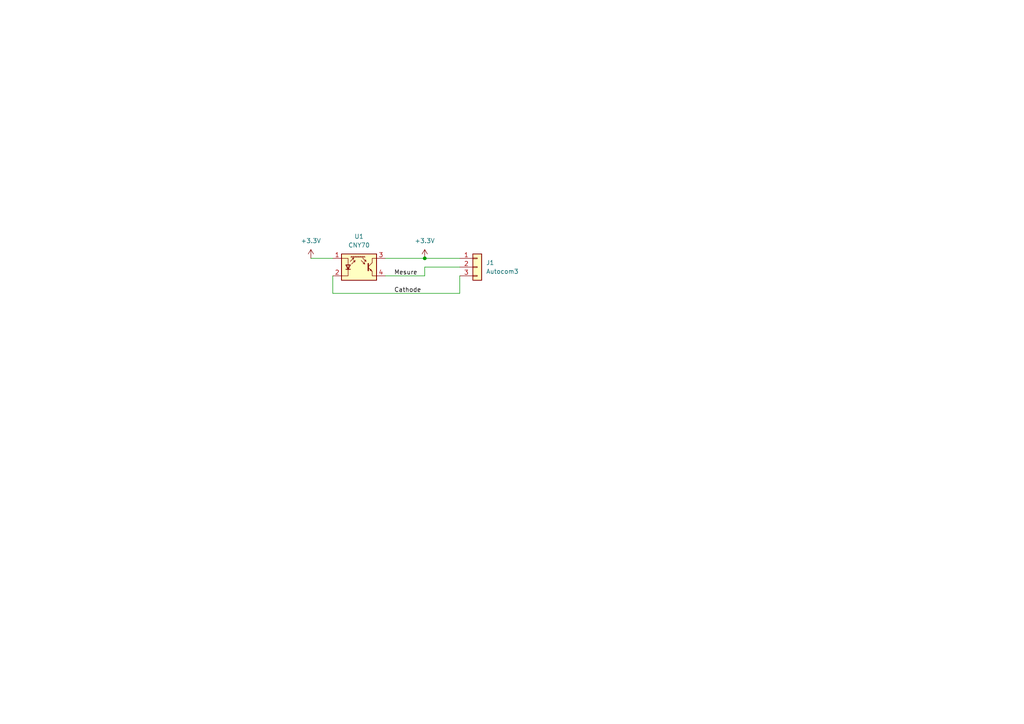
<source format=kicad_sch>
(kicad_sch (version 20231120) (generator "eeschema") (generator_version "8.0")
  (paper "A4")
  (title_block (title "Projet étudiant") (date "2022-09-29") (company "IUT de Cachan - Université Paris Saclay"))
  (lib_symbols
    (symbol "0_SymbGamelGe2_v8.0:Autocom3" (pin_names (offset 1.016) hide)
      (property "Reference" "J" (at 0 5.08 0))
      (property "Value" "Autocom3" (at 0 -5.08 0))
      (symbol "Autocom3_1_1"
        (rectangle (start -1.27 -2.413) (end 0 -2.667) (stroke (width 0.1524)))
        (rectangle (start -1.27 0.127) (end 0 -0.127) (stroke (width 0.1524)))
        (rectangle (start -1.27 2.667) (end 0 2.413) (stroke (width 0.1524)))
        (rectangle (start -1.27 3.81) (end 1.27 -3.81) (stroke (width 0.254)) (fill (type background)))
        (pin passive line (at -5.08 2.54 0) (length 3.81) (name "Pin_1") (number "1"))
        (pin passive line (at -5.08 0 0) (length 3.81) (name "Pin_2") (number "2"))
        (pin passive line (at -5.08 -2.54 0) (length 3.81) (name "Pin_3") (number "3"))
      )
    )
    (symbol "0_SymbGamelGe2_v8.0:CNY70" (pin_names (offset 1.016) hide)
      (property "Reference" "U" (at -5.08 5.08 0))
      (property "Value" "CNY70" (at 5.08 5.08 0))
      (symbol "CNY70_0_1"
        (polyline (pts (xy -3.81 -0.635) (xy -2.54 -0.635)) (stroke (width 0.254)))
        (polyline (pts (xy -2.286 2.921) (xy -2.032 3.175)))
        (polyline (pts (xy -1.778 2.921) (xy -1.524 3.175)))
        (polyline (pts (xy -1.524 2.667) (xy -1.651 2.159)))
        (polyline (pts (xy -1.27 2.921) (xy -1.016 3.175)))
        (polyline (pts (xy -1.143 1.905) (xy -1.27 1.397)))
        (polyline (pts (xy -0.762 2.921) (xy -0.508 3.175)))
        (polyline (pts (xy -0.254 2.921) (xy 0 3.175)))
        (polyline (pts (xy 0.254 2.921) (xy 0.508 3.175)))
        (polyline (pts (xy 0.762 2.921) (xy 1.016 3.175)))
        (polyline (pts (xy 1.27 2.921) (xy 1.524 3.175)))
        (polyline (pts (xy 1.651 0.889) (xy 1.143 1.016)))
        (polyline (pts (xy 1.778 2.921) (xy -2.413 2.921)))
        (polyline (pts (xy 2.032 1.651) (xy 1.524 1.778)))
        (polyline (pts (xy 2.667 -0.127) (xy 3.81 -1.27)))
        (polyline (pts (xy 2.667 0.127) (xy 3.81 1.27)))
        (polyline (pts (xy -2.54 1.651) (xy -1.524 2.667) (xy -2.032 2.54)))
        (polyline (pts (xy -2.159 0.889) (xy -1.143 1.905) (xy -1.651 1.778)))
        (polyline (pts (xy 0.635 1.905) (xy 1.651 0.889) (xy 1.524 1.397)))
        (polyline (pts (xy 1.016 2.667) (xy 2.032 1.651) (xy 1.905 2.159)))
        (polyline (pts (xy 2.667 1.016) (xy 2.667 -1.016) (xy 2.667 -1.016)) (stroke (width 0.3556)))
        (polyline (pts (xy 3.81 -1.27) (xy 3.81 -2.54) (xy 5.08 -2.54)))
        (polyline (pts (xy 3.81 1.27) (xy 3.81 2.54) (xy 5.08 2.54)))
        (polyline (pts (xy -5.08 -2.54) (xy -3.175 -2.54) (xy -3.175 2.54) (xy -5.08 2.54)))
        (polyline (pts (xy -3.175 -0.635) (xy -3.81 0.635) (xy -2.54 0.635) (xy -3.175 -0.635)) (stroke (width 0.254)))
        (polyline (pts (xy 3.683 -1.143) (xy 3.429 -0.635) (xy 3.175 -0.889) (xy 3.683 -1.143)))
        (polyline (pts (xy -5.08 -3.81) (xy 5.08 -3.81) (xy 5.08 3.81) (xy -5.08 3.81) (xy -5.08 -3.81)) (stroke (width 0.254)) (fill (type background)))
      )
      (symbol "CNY70_1_1"
        (pin passive line (at -7.62 2.54 0) (length 2.54) (name "A") (number "1"))
        (pin passive line (at -7.62 -2.54 0) (length 2.54) (name "K") (number "2"))
        (pin open_collector line (at 7.62 2.54 180) (length 2.54) (name "C") (number "3"))
        (pin open_emitter line (at 7.62 -2.54 180) (length 2.54) (name "E") (number "4"))
      )
    )
    (symbol "power:+3.3V" (power) (pin_numbers hide) (pin_names (offset 0) hide)
      (property "Value" "+3.3V" (at 0 3.556 0))
      (symbol "+3.3V_0_1"
        (polyline (pts (xy -0.762 1.27) (xy 0 2.54)))
        (polyline (pts (xy 0 0) (xy 0 2.54)))
        (polyline (pts (xy 0 2.54) (xy 0.762 1.27)))
      )
      (symbol "+3.3V_1_1"
        (pin power_in line (at 0 0 90) (length 0) (name "~") (number "1"))
      )
    )
  )
  (junction (at 123.19 74.93))
  (wire (pts (xy 123.19 77.47) (xy 133.35 77.47)))
  (wire (pts (xy 111.76 80.01) (xy 123.19 80.01)))
  (wire (pts (xy 96.52 85.09) (xy 133.35 85.09)))
  (wire (pts (xy 123.19 80.01) (xy 123.19 77.47)))
  (wire (pts (xy 133.35 85.09) (xy 133.35 80.01)))
  (wire (pts (xy 111.76 74.93) (xy 123.19 74.93)))
  (wire (pts (xy 90.17 74.93) (xy 96.52 74.93)))
  (wire (pts (xy 123.19 74.93) (xy 133.35 74.93)))
  (wire (pts (xy 96.52 80.01) (xy 96.52 85.09)))
  (label "Mesure" (at 114.3 80.01 0))
  (label "Cathode" (at 114.3 85.09 0))
  (symbol (lib_id "power:+3.3V") (at 123.19 74.93 0) (unit 1)
    (property "Reference" "#PWR01" (effects (hide yes)))
    (property "Value" "+3.3V" (at 123.19 69.85 0))
    (property "Description" "Power symbol creates a global label with name \"+3.3V\"" (effects (hide yes)))
  )
  (symbol (lib_id "0_SymbGamelGe2_v8.0:Autocom3") (at 138.43 77.47 0) (unit 1)
    (property "Reference" "J1" (at 140.97 76.1999 0) (effects (justify left)))
    (property "Value" "Autocom3" (at 140.97 78.7399 0) (effects (justify left)))
    (property "Footprint" "FootprintGamelGe2_v8.0:Autocom3" (effects (hide yes)))
    (property "Description" "Autocom HE14 connector, single row, 01x03" (effects (hide yes)))
  )
  (symbol (lib_id "0_SymbGamelGe2_v8.0:CNY70") (at 104.14 77.47 0) (unit 1)
    (property "Reference" "U1" (at 104.14 68.58 0))
    (property "Value" "CNY70" (at 104.14 71.12 0))
    (property "Footprint" "FootprintGamelGe2_v8.0:Vishay_CNY70" (effects (hide yes)))
    (property "Datasheet" "https://www.vishay.com/docs/83751/cny70.pdf" (effects (hide yes)))
    (property "Description" "Reflective Optical Sensor with Transistor Output" (effects (hide yes)))
  )
  (symbol (lib_id "power:+3.3V") (at 90.17 74.93 0) (unit 1)
    (property "Reference" "#PWR02" (effects (hide yes)))
    (property "Value" "+3.3V" (at 90.17 69.85 0))
    (property "Description" "Power symbol creates a global label with name \"+3.3V\"" (effects (hide yes)))
  )
)
</source>
